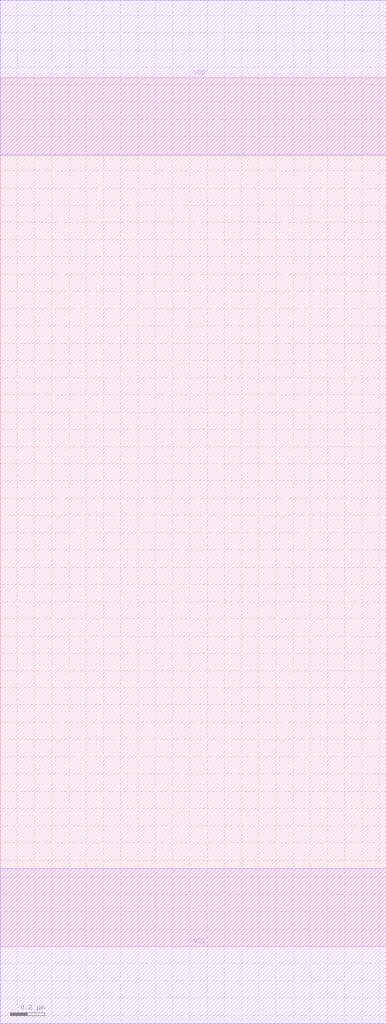
<source format=lef>
# Copyright 2022 GlobalFoundries PDK Authors
#
# Licensed under the Apache License, Version 2.0 (the "License");
# you may not use this file except in compliance with the License.
# You may obtain a copy of the License at
#
#      http://www.apache.org/licenses/LICENSE-2.0
#
# Unless required by applicable law or agreed to in writing, software
# distributed under the License is distributed on an "AS IS" BASIS,
# WITHOUT WARRANTIES OR CONDITIONS OF ANY KIND, either express or implied.
# See the License for the specific language governing permissions and
# limitations under the License.

MACRO gf180mcu_fd_sc_mcu9t5v0__fill_4
  CLASS core SPACER ;
  FOREIGN gf180mcu_fd_sc_mcu9t5v0__fill_4 0.0 0.0 ;
  ORIGIN 0 0 ;
  SYMMETRY X Y ;
  SITE GF018hv5v_green_sc9 ;
  SIZE 2.24 BY 5.04 ;
  PIN VDD
    DIRECTION INOUT ;
    USE power ;
    SHAPE ABUTMENT ;
    PORT
      LAYER Metal1 ;
        POLYGON 0 4.59 2.24 4.59 2.24 5.49 0 5.49  ;
    END
  END VDD
  PIN VSS
    DIRECTION INOUT ;
    USE ground ;
    SHAPE ABUTMENT ;
    PORT
      LAYER Metal1 ;
        POLYGON 0 -0.45 2.24 -0.45 2.24 0.45 0 0.45  ;
    END
  END VSS
END gf180mcu_fd_sc_mcu9t5v0__fill_4

</source>
